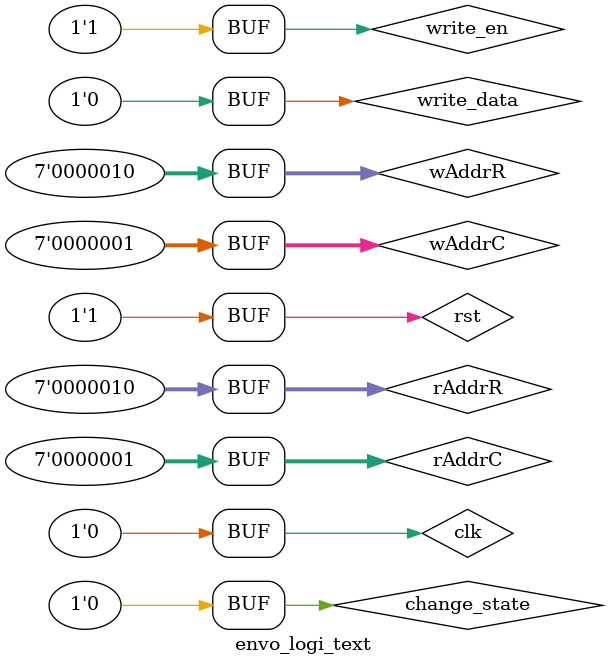
<source format=v>
`timescale 1ns / 1ps


module envo_logi_text;

	// Inputs
	reg clk;
	reg rst;
	reg write_en;
	reg change_state;
	reg [6:0] rAddrR;// be sure to match the port size
	reg [6:0] rAddrC;
	reg [6:0] wAddrR;
	reg [6:0] wAddrC;
	reg write_data;

	// Outputs
	wire read_data;
	wire map_a00;

	// Instantiate the Unit Under Test (UUT)
	envolve_logic #(.K(7)) uut (
		.clk_envo(clk), 
		.rst(rst), 
		.write_en(write_en), 
		.change_state(change_state), 
		.rAddrR(rAddrR), 
		.rAddrC(rAddrC), 
		.wAddrR(wAddrR), 
		.wAddrC(wAddrC), 
		.write_data(write_data), 
		.read_data(read_data),
		.test_bit(map_a00)
	);
	integer i;
	integer j;
	initial begin
		// Initialize Inputs
		clk = 0;
		rst = 0;
		write_en = 0;
		change_state = 0;
		rAddrR = 0;
		rAddrC = 0;
		wAddrR = 0;
		wAddrC = 0;
		write_data = 0;

		// Wait 100 ns for global reset to finish
		#100;
		rst = 1;
		//change_state = 1;
       rAddrC = 1;
		 rAddrR = 2;
		 # 100;
		 write_en = 1;
		 wAddrC = 1;
		 wAddrR = 2;
		 write_data = 0;
		
		
		
		
		// Add stimulus here

	end
	always begin
		clk = 1; # 10;
		clk = 0; # 10;
		
	end
      
endmodule


</source>
